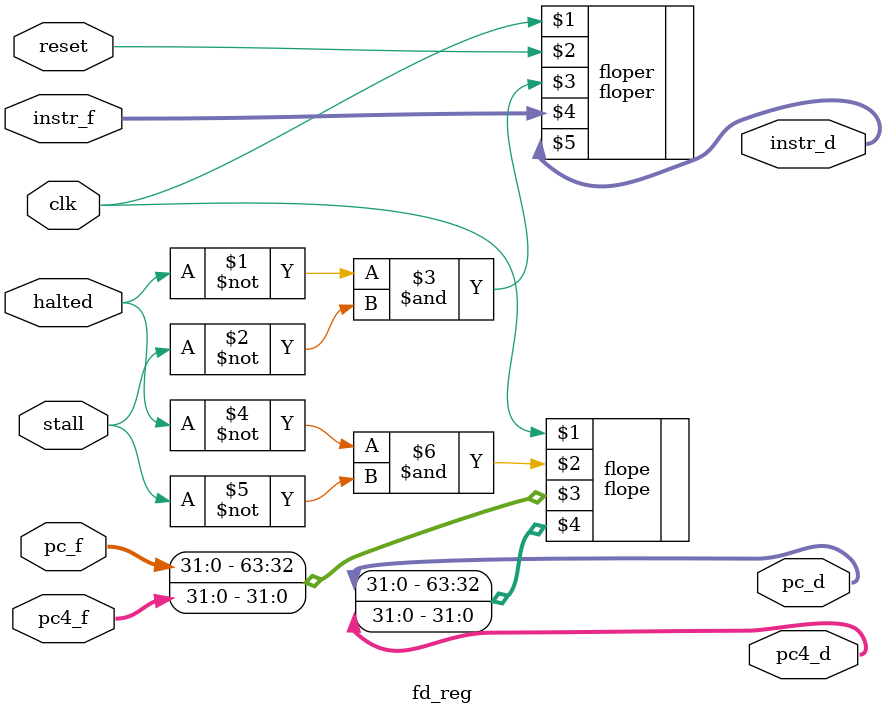
<source format=sv>
`define NOP 32'b000000000000_00000_000_00000_0010011

module fd_reg(
    input logic clk,
    input logic reset,
    input logic halted,
    input logic stall,
    // Fetch
    input logic[31:0] instr_f,
    input logic[31:0] pc_f,
    input logic[31:0] pc4_f,
    // Decode
    output logic[31:0] instr_d,
    output logic[31:0] pc_d,
    output logic[31:0] pc4_d
);
    // FF with reset
    floper #(32,`NOP) floper(
        clk, reset, ~halted & ~stall,
        instr_f,
        instr_d
    );

    // FF without reset
    flope #(64) flope(
        clk, ~halted & ~stall,
        {pc_f, pc4_f},
        {pc_d, pc4_d}
    );
endmodule

</source>
